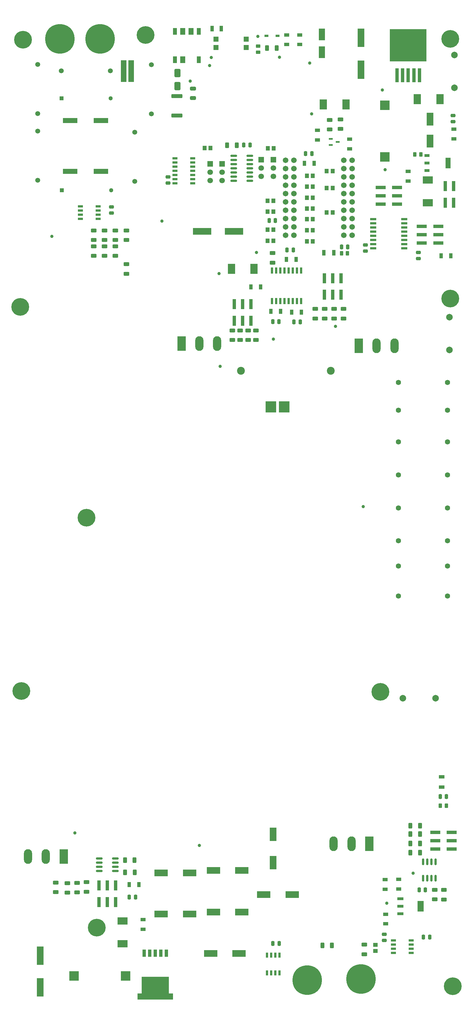
<source format=gts>
G04 #@! TF.GenerationSoftware,KiCad,Pcbnew,9.0.3*
G04 #@! TF.CreationDate,2025-10-08T14:24:11+02:00*
G04 #@! TF.ProjectId,LLC_DCDC_V4,4c4c435f-4443-4444-935f-56342e6b6963,rev?*
G04 #@! TF.SameCoordinates,Original*
G04 #@! TF.FileFunction,Soldermask,Top*
G04 #@! TF.FilePolarity,Negative*
%FSLAX46Y46*%
G04 Gerber Fmt 4.6, Leading zero omitted, Abs format (unit mm)*
G04 Created by KiCad (PCBNEW 9.0.3) date 2025-10-08 14:24:11*
%MOMM*%
%LPD*%
G01*
G04 APERTURE LIST*
G04 Aperture macros list*
%AMRoundRect*
0 Rectangle with rounded corners*
0 $1 Rounding radius*
0 $2 $3 $4 $5 $6 $7 $8 $9 X,Y pos of 4 corners*
0 Add a 4 corners polygon primitive as box body*
4,1,4,$2,$3,$4,$5,$6,$7,$8,$9,$2,$3,0*
0 Add four circle primitives for the rounded corners*
1,1,$1+$1,$2,$3*
1,1,$1+$1,$4,$5*
1,1,$1+$1,$6,$7*
1,1,$1+$1,$8,$9*
0 Add four rect primitives between the rounded corners*
20,1,$1+$1,$2,$3,$4,$5,0*
20,1,$1+$1,$4,$5,$6,$7,0*
20,1,$1+$1,$6,$7,$8,$9,0*
20,1,$1+$1,$8,$9,$2,$3,0*%
G04 Aperture macros list end*
%ADD10RoundRect,0.250000X-0.312500X-0.625000X0.312500X-0.625000X0.312500X0.625000X-0.312500X0.625000X0*%
%ADD11C,0.800000*%
%ADD12C,5.400000*%
%ADD13C,1.300000*%
%ADD14R,1.300000X1.300000*%
%ADD15C,1.500000*%
%ADD16R,3.150000X2.250000*%
%ADD17R,4.100000X2.000000*%
%ADD18C,1.712000*%
%ADD19R,1.600000X1.050000*%
%ADD20RoundRect,0.250000X0.625000X-0.312500X0.625000X0.312500X-0.625000X0.312500X-0.625000X-0.312500X0*%
%ADD21C,1.700000*%
%ADD22R,1.700000X1.700000*%
%ADD23R,2.050000X4.000000*%
%ADD24RoundRect,0.250000X-0.250000X-0.475000X0.250000X-0.475000X0.250000X0.475000X-0.250000X0.475000X0*%
%ADD25C,1.604000*%
%ADD26RoundRect,0.250000X-0.262500X-0.450000X0.262500X-0.450000X0.262500X0.450000X-0.262500X0.450000X0*%
%ADD27R,1.500000X0.650000*%
%ADD28R,1.150000X1.450000*%
%ADD29O,2.500000X4.500000*%
%ADD30R,2.500000X4.500000*%
%ADD31C,1.000000*%
%ADD32R,1.050000X1.600000*%
%ADD33RoundRect,0.250000X-0.625000X0.312500X-0.625000X-0.312500X0.625000X-0.312500X0.625000X0.312500X0*%
%ADD34RoundRect,0.250000X-0.450000X0.262500X-0.450000X-0.262500X0.450000X-0.262500X0.450000X0.262500X0*%
%ADD35R,5.700000X2.000000*%
%ADD36R,3.000000X2.900000*%
%ADD37R,3.150000X1.000000*%
%ADD38R,1.000000X3.150000*%
%ADD39RoundRect,0.150000X0.825000X0.150000X-0.825000X0.150000X-0.825000X-0.150000X0.825000X-0.150000X0*%
%ADD40RoundRect,0.250000X0.250000X0.475000X-0.250000X0.475000X-0.250000X-0.475000X0.250000X-0.475000X0*%
%ADD41R,0.650000X1.528000*%
%ADD42R,2.250000X3.150000*%
%ADD43R,1.600000X1.500000*%
%ADD44RoundRect,0.250000X0.650000X-1.000000X0.650000X1.000000X-0.650000X1.000000X-0.650000X-1.000000X0*%
%ADD45R,1.050000X1.800000*%
%ADD46RoundRect,0.250000X0.312500X0.625000X-0.312500X0.625000X-0.312500X-0.625000X0.312500X-0.625000X0*%
%ADD47R,1.800000X1.050000*%
%ADD48RoundRect,0.250000X0.475000X-0.250000X0.475000X0.250000X-0.475000X0.250000X-0.475000X-0.250000X0*%
%ADD49R,2.000000X5.700000*%
%ADD50R,1.450000X1.150000*%
%ADD51R,1.950000X0.650000*%
%ADD52C,0.900000*%
%ADD53C,9.000000*%
%ADD54R,11.180000X9.910000*%
%ADD55R,1.020000X4.320000*%
%ADD56RoundRect,0.250000X0.650000X-0.325000X0.650000X0.325000X-0.650000X0.325000X-0.650000X-0.325000X0*%
%ADD57R,1.168000X2.032000*%
%ADD58R,1.524000X2.032000*%
%ADD59RoundRect,0.250000X-0.475000X0.250000X-0.475000X-0.250000X0.475000X-0.250000X0.475000X0.250000X0*%
%ADD60RoundRect,0.250000X0.262500X0.450000X-0.262500X0.450000X-0.262500X-0.450000X0.262500X-0.450000X0*%
%ADD61C,2.400000*%
%ADD62RoundRect,0.150000X0.150000X-0.825000X0.150000X0.825000X-0.150000X0.825000X-0.150000X-0.825000X0*%
%ADD63RoundRect,0.150000X-0.825000X-0.150000X0.825000X-0.150000X0.825000X0.150000X-0.825000X0.150000X0*%
%ADD64R,1.850000X3.550000*%
%ADD65C,2.000000*%
%ADD66R,1.200000X0.750000*%
%ADD67R,4.450000X1.520000*%
%ADD68R,3.250000X3.400000*%
%ADD69R,0.650000X1.850000*%
%ADD70R,2.900000X3.000000*%
%ADD71R,1.500000X3.200000*%
%ADD72R,1.500000X0.900000*%
%ADD73R,1.050000X1.820000*%
%ADD74R,1.250000X0.600000*%
%ADD75R,2.000000X4.100000*%
%ADD76R,8.330000X5.080000*%
%ADD77R,10.800000X1.910000*%
%ADD78R,1.070000X2.160000*%
%ADD79RoundRect,0.250000X1.425000X-0.362500X1.425000X0.362500X-1.425000X0.362500X-1.425000X-0.362500X0*%
%ADD80R,1.750000X6.600000*%
%ADD81R,1.525000X0.650000*%
%ADD82R,1.850000X3.200000*%
%ADD83R,1.850000X0.900000*%
G04 APERTURE END LIST*
D10*
X116102500Y-311680000D03*
X113177500Y-311680000D03*
D11*
X83526891Y-256395000D03*
X82933782Y-257826891D03*
X82933782Y-254963109D03*
X81501891Y-258420000D03*
D12*
X81501891Y-256395000D03*
D11*
X81501891Y-254370000D03*
X80070000Y-257826891D03*
X80070000Y-254963109D03*
X79476891Y-256395000D03*
D13*
X108890000Y-103785000D03*
D14*
X93890000Y-103785000D03*
D15*
X86474000Y-100727000D03*
X86474000Y-85727000D03*
D16*
X205630000Y-100675000D03*
X205630000Y-107575000D03*
D17*
X124210000Y-311845000D03*
X132910000Y-311845000D03*
D18*
X182470000Y-117495000D03*
X182470000Y-114955000D03*
X182470000Y-112415000D03*
X182470000Y-109875000D03*
X182470000Y-107335000D03*
X182470000Y-104795000D03*
X182470000Y-102255000D03*
X182470000Y-99715000D03*
X182470000Y-97175000D03*
X182470000Y-94635000D03*
X179930000Y-117495000D03*
X179930000Y-114955000D03*
X179930000Y-112415000D03*
X179930000Y-109875000D03*
X179930000Y-107335000D03*
X179930000Y-104795000D03*
X179930000Y-102255000D03*
X179930000Y-99715000D03*
X179930000Y-97175000D03*
X179930000Y-94635000D03*
X164690000Y-117495000D03*
X164690000Y-114955000D03*
X164690000Y-112415000D03*
X164690000Y-109875000D03*
X164690000Y-107335000D03*
X164690000Y-104795000D03*
X164690000Y-102255000D03*
X164690000Y-99715000D03*
X164690000Y-97175000D03*
X164690000Y-94635000D03*
X162150000Y-117495000D03*
X162150000Y-114955000D03*
X162150000Y-112415000D03*
X162150000Y-109875000D03*
X162150000Y-107335000D03*
X162150000Y-104795000D03*
X162150000Y-102255000D03*
X162150000Y-99715000D03*
X162150000Y-97175000D03*
X162150000Y-94635000D03*
D19*
X181710000Y-91125000D03*
X181710000Y-88175000D03*
D20*
X158190000Y-122915000D03*
X158190000Y-125840000D03*
D10*
X203235000Y-305665000D03*
X200310000Y-305665000D03*
X116072500Y-307970000D03*
X113147500Y-307970000D03*
D21*
X139190000Y-100792500D03*
X139190000Y-98252500D03*
D22*
X139190000Y-95712500D03*
D23*
X206290000Y-88825000D03*
X206290000Y-82125000D03*
D24*
X206190000Y-331430000D03*
X204290000Y-331430000D03*
D17*
X124210000Y-324380000D03*
X132910000Y-324380000D03*
D25*
X211670000Y-210655000D03*
X196670000Y-210655000D03*
D26*
X211262500Y-291351674D03*
X209437500Y-291351674D03*
D27*
X200520000Y-332475000D03*
X200520000Y-333745000D03*
X200520000Y-335015000D03*
X200520000Y-336285000D03*
X195120000Y-336285000D03*
X195120000Y-335015000D03*
X195120000Y-333745000D03*
X195120000Y-332475000D03*
D28*
X168710000Y-99355000D03*
X170510000Y-99355000D03*
D29*
X195440000Y-151165000D03*
X189990000Y-151165000D03*
D30*
X184540000Y-151165000D03*
D31*
X139530000Y-63315000D03*
D32*
X117405000Y-315460000D03*
X114455000Y-315460000D03*
D11*
X84055000Y-57875000D03*
X83461891Y-59306891D03*
X83461891Y-56443109D03*
X82030000Y-59900000D03*
D12*
X82030000Y-57875000D03*
X82030000Y-57875000D03*
D11*
X82030000Y-55850000D03*
X80598109Y-59306891D03*
X80598109Y-56443109D03*
D33*
X175650000Y-85240000D03*
X175650000Y-82315000D03*
D20*
X101390000Y-314677500D03*
X101390000Y-317602500D03*
D11*
X121475000Y-56465000D03*
X120881891Y-57896891D03*
X120881891Y-55033109D03*
X119450000Y-58490000D03*
D12*
X119450000Y-56465000D03*
D11*
X119450000Y-54440000D03*
X118018109Y-57896891D03*
X118018109Y-55033109D03*
X117425000Y-56465000D03*
D17*
X148850000Y-323815000D03*
X140150000Y-323815000D03*
D33*
X186250000Y-336672500D03*
X186250000Y-333747500D03*
D15*
X116170000Y-86075000D03*
X116170000Y-101075000D03*
D31*
X185920000Y-200245000D03*
D34*
X153810000Y-61687500D03*
X153810000Y-59862500D03*
D35*
X136740000Y-116275000D03*
X146440000Y-116275000D03*
D33*
X106880000Y-123792500D03*
X106880000Y-120867500D03*
D11*
X214535000Y-57645000D03*
X213941891Y-59076891D03*
X213941891Y-56213109D03*
X212510000Y-59670000D03*
D12*
X212510000Y-57645000D03*
D11*
X212510000Y-55620000D03*
X211078109Y-59076891D03*
X211078109Y-56213109D03*
X210485000Y-57645000D03*
D31*
X193130000Y-321070000D03*
D36*
X97600000Y-343290000D03*
X113300000Y-343290000D03*
D10*
X203235000Y-297525000D03*
X200310000Y-297525000D03*
D37*
X207892500Y-299495000D03*
X212942500Y-299495000D03*
X207892500Y-302035000D03*
X212942500Y-302035000D03*
X207892500Y-304575000D03*
X212942500Y-304575000D03*
D20*
X103570000Y-120867500D03*
X103570000Y-123792500D03*
D38*
X105170000Y-320780000D03*
X105170000Y-315730000D03*
X107710000Y-320780000D03*
X107710000Y-315730000D03*
X110250000Y-320780000D03*
X110250000Y-315730000D03*
D17*
X148850000Y-311105000D03*
X140150000Y-311105000D03*
D25*
X211670000Y-190555000D03*
X196670000Y-190555000D03*
D33*
X174150000Y-142845000D03*
X174150000Y-139920000D03*
D28*
X168710000Y-106025000D03*
X170510000Y-106025000D03*
D33*
X210530000Y-320012500D03*
X210530000Y-317087500D03*
D25*
X211670000Y-170845000D03*
X196670000Y-170845000D03*
D39*
X105285000Y-311270000D03*
X105285000Y-310000000D03*
X105285000Y-308730000D03*
X105285000Y-307460000D03*
X110235000Y-307460000D03*
X110235000Y-308730000D03*
X110235000Y-310000000D03*
X110235000Y-311270000D03*
D31*
X177460000Y-145225000D03*
D20*
X153150000Y-146507500D03*
X153150000Y-149432500D03*
D33*
X106880000Y-118942500D03*
X106880000Y-116017500D03*
D31*
X124400000Y-113200000D03*
D20*
X148340000Y-146507500D03*
X148340000Y-149432500D03*
D31*
X97820000Y-299690000D03*
D40*
X164739000Y-143874000D03*
X166639000Y-143874000D03*
D41*
X156495000Y-336919000D03*
X157765000Y-336919000D03*
X159035000Y-336919000D03*
X160305000Y-336919000D03*
X160305000Y-342341000D03*
X159035000Y-342341000D03*
X157765000Y-342341000D03*
X156495000Y-342341000D03*
D42*
X209310000Y-75985000D03*
X202410000Y-75985000D03*
D43*
X140920000Y-60245000D03*
X140920000Y-57705000D03*
X150140000Y-57705000D03*
X150140000Y-60245000D03*
D44*
X129170000Y-68032500D03*
X129170000Y-72032500D03*
D33*
X113610000Y-129220000D03*
X113610000Y-126295000D03*
X178910000Y-85090000D03*
X178910000Y-82165000D03*
D40*
X179290000Y-121025000D03*
X181190000Y-121025000D03*
D32*
X162435000Y-124885000D03*
X165385000Y-124885000D03*
D31*
X160360000Y-63255000D03*
D40*
X158260000Y-143815000D03*
X160160000Y-143815000D03*
D28*
X156660000Y-110270000D03*
X158460000Y-110270000D03*
D31*
X133060000Y-70515000D03*
D10*
X147260000Y-90052500D03*
X144335000Y-90052500D03*
D13*
X108800000Y-75785000D03*
D14*
X93800000Y-75785000D03*
D20*
X179850000Y-139920000D03*
X179850000Y-142845000D03*
D45*
X176930000Y-122855000D03*
X173830000Y-122855000D03*
D33*
X91990000Y-317762500D03*
X91990000Y-314837500D03*
D46*
X200310000Y-300065000D03*
X203235000Y-300065000D03*
D47*
X209820000Y-285690000D03*
X209820000Y-282590000D03*
D28*
X156760000Y-90982500D03*
X158560000Y-90982500D03*
D19*
X196710000Y-313835000D03*
X196710000Y-316785000D03*
D24*
X116350000Y-319230000D03*
X114450000Y-319230000D03*
D27*
X104950000Y-108670000D03*
X104950000Y-109940000D03*
X104950000Y-111210000D03*
X104950000Y-112480000D03*
X99550000Y-112480000D03*
X99550000Y-111210000D03*
X99550000Y-109940000D03*
X99550000Y-108670000D03*
D48*
X202780000Y-122705000D03*
X202780000Y-124605000D03*
D42*
X173710000Y-77625000D03*
X180610000Y-77625000D03*
D49*
X87220000Y-337080000D03*
X87220000Y-346780000D03*
D29*
X176860000Y-302950000D03*
X182310000Y-302950000D03*
D30*
X187760000Y-302950000D03*
D25*
X211670000Y-200605000D03*
X196670000Y-200605000D03*
D28*
X156660000Y-115780000D03*
X158460000Y-115780000D03*
D37*
X196240000Y-108025000D03*
X191190000Y-108025000D03*
X196240000Y-105485000D03*
X191190000Y-105485000D03*
X196240000Y-102945000D03*
X191190000Y-102945000D03*
D50*
X189660000Y-335650000D03*
X189660000Y-333850000D03*
D31*
X90830000Y-117855000D03*
X135880000Y-303495000D03*
D37*
X208810000Y-119895000D03*
X203760000Y-119895000D03*
X208810000Y-117355000D03*
X203760000Y-117355000D03*
X208810000Y-114815000D03*
X203760000Y-114815000D03*
D28*
X170470000Y-112540000D03*
X168670000Y-112540000D03*
D40*
X168310000Y-92615000D03*
X170210000Y-92615000D03*
D20*
X150740000Y-146507500D03*
X150740000Y-149432500D03*
X110190000Y-120867500D03*
X110190000Y-123792500D03*
D31*
X170120000Y-80525000D03*
D11*
X214535000Y-136775000D03*
X213941891Y-138206891D03*
X213941891Y-135343109D03*
X212510000Y-138800000D03*
D12*
X212510000Y-136775000D03*
D11*
X212510000Y-134750000D03*
X211078109Y-138206891D03*
X211078109Y-135343109D03*
X210485000Y-136775000D03*
D46*
X156537500Y-60445000D03*
X159462500Y-60445000D03*
D38*
X213470000Y-102510000D03*
X213470000Y-107560000D03*
X210930000Y-102510000D03*
X210930000Y-107560000D03*
D20*
X110190000Y-116017500D03*
X110190000Y-118942500D03*
D48*
X126290000Y-99665000D03*
X126290000Y-101565000D03*
D31*
X153300000Y-122705000D03*
D51*
X188966000Y-121481000D03*
X188966000Y-120211000D03*
X188966000Y-118941000D03*
X188966000Y-117671000D03*
X188966000Y-116401000D03*
X188966000Y-115131000D03*
X188966000Y-113861000D03*
X188966000Y-112591000D03*
X198416000Y-112591000D03*
X198416000Y-113861000D03*
X198416000Y-115131000D03*
X198416000Y-116401000D03*
X198416000Y-117671000D03*
X198416000Y-118941000D03*
X198416000Y-120211000D03*
X198416000Y-121481000D03*
D29*
X83540000Y-306910000D03*
X88990000Y-306910000D03*
D30*
X94440000Y-306910000D03*
D33*
X113610000Y-118942500D03*
X113610000Y-116017500D03*
D32*
X164090000Y-140955000D03*
X167040000Y-140955000D03*
D52*
X188595000Y-344200000D03*
X187606485Y-346586485D03*
X187606485Y-341813515D03*
X185220000Y-347575000D03*
D53*
X185220000Y-344200000D03*
D52*
X185220000Y-340825000D03*
X182833515Y-346586485D03*
X182833515Y-341813515D03*
X181845000Y-344200000D03*
D54*
X199650000Y-59580000D03*
D55*
X203050000Y-68725000D03*
X201350000Y-68725000D03*
X199650000Y-68725000D03*
X197950000Y-68725000D03*
X196250000Y-68725000D03*
D31*
X138990000Y-65765000D03*
D25*
X211670000Y-227505000D03*
X196670000Y-227505000D03*
D31*
X201150000Y-311925000D03*
D19*
X192780000Y-327415000D03*
X192780000Y-324465000D03*
D52*
X96653000Y-57660000D03*
X95664485Y-60046485D03*
X95664485Y-55273515D03*
X93278000Y-61035000D03*
D53*
X93278000Y-57660000D03*
D52*
X93278000Y-54285000D03*
X90891515Y-60046485D03*
X90891515Y-55273515D03*
X89903000Y-57660000D03*
D21*
X154710000Y-99572500D03*
X154710000Y-97032500D03*
D22*
X154710000Y-94492500D03*
D56*
X133950000Y-72750000D03*
X133950000Y-75700000D03*
D48*
X213350000Y-80975000D03*
X213350000Y-82875000D03*
D10*
X176340000Y-333970000D03*
X173415000Y-333970000D03*
D11*
X193130000Y-256670000D03*
X192536891Y-258101891D03*
X192536891Y-255238109D03*
X191105000Y-258695000D03*
D12*
X191105000Y-256670000D03*
D11*
X191105000Y-254645000D03*
X189673109Y-258101891D03*
X189673109Y-255238109D03*
X189080000Y-256670000D03*
D15*
X108670000Y-67345000D03*
X93670000Y-67345000D03*
D57*
X128428000Y-55355000D03*
D58*
X130790000Y-55355000D03*
X133330000Y-55355000D03*
D57*
X135692000Y-55355000D03*
X135692000Y-63991000D03*
D58*
X130790000Y-63991000D03*
D57*
X128428000Y-63991000D03*
D32*
X157735000Y-140725000D03*
X160685000Y-140725000D03*
D59*
X109040000Y-110735000D03*
X109040000Y-108835000D03*
D28*
X168710000Y-102695000D03*
X170510000Y-102695000D03*
D19*
X213570000Y-88075000D03*
X213570000Y-85125000D03*
D31*
X169540000Y-64960000D03*
X158470000Y-149135000D03*
D19*
X166490000Y-56400000D03*
X166490000Y-59350000D03*
D60*
X179260000Y-123005000D03*
X181085000Y-123005000D03*
X201649500Y-92830000D03*
X203474500Y-92830000D03*
D28*
X137460000Y-90875000D03*
X139260000Y-90875000D03*
D24*
X204860000Y-317060000D03*
X202960000Y-317060000D03*
D32*
X209660000Y-123755000D03*
X212610000Y-123755000D03*
D25*
X211670000Y-162385000D03*
X196670000Y-162385000D03*
D61*
X176030000Y-158795000D03*
X148530000Y-158795000D03*
D62*
X204197500Y-308507500D03*
X205467500Y-308507500D03*
X206737500Y-308507500D03*
X208007500Y-308507500D03*
X208007500Y-313457500D03*
X206737500Y-313457500D03*
X205467500Y-313457500D03*
X204197500Y-313457500D03*
D20*
X103570000Y-116017500D03*
X103570000Y-118942500D03*
D63*
X151305000Y-93242500D03*
X151305000Y-94512500D03*
X151305000Y-95782500D03*
X151305000Y-97052500D03*
X151305000Y-98322500D03*
X151305000Y-99592500D03*
X151305000Y-100862500D03*
X146355000Y-100862500D03*
X146355000Y-99592500D03*
X146355000Y-98322500D03*
X146355000Y-97052500D03*
X146355000Y-95782500D03*
X146355000Y-94512500D03*
X146355000Y-93242500D03*
D64*
X173310000Y-56285000D03*
X173310000Y-61685000D03*
D28*
X176560000Y-97960000D03*
X174760000Y-97960000D03*
D19*
X162500000Y-56400000D03*
X162500000Y-59350000D03*
D65*
X212210000Y-152455000D03*
X212210000Y-142455000D03*
D11*
X106535000Y-328540000D03*
X105941891Y-329971891D03*
X105941891Y-327108109D03*
X104510000Y-330565000D03*
D12*
X104510000Y-328540000D03*
D11*
X104510000Y-326515000D03*
X103078109Y-329971891D03*
X103078109Y-327108109D03*
X102485000Y-328540000D03*
D66*
X156350000Y-56671000D03*
X159750000Y-56671000D03*
D32*
X151615000Y-133225000D03*
X154565000Y-133225000D03*
D31*
X142210000Y-157460000D03*
D28*
X170470000Y-119360000D03*
X168670000Y-119360000D03*
D31*
X153750000Y-56825000D03*
D11*
X83145000Y-139310000D03*
X82551891Y-140741891D03*
X82551891Y-137878109D03*
X81120000Y-141335000D03*
D12*
X81120000Y-139310000D03*
D11*
X81120000Y-137285000D03*
X79688109Y-140741891D03*
X79688109Y-137878109D03*
X79095000Y-139310000D03*
D33*
X98500000Y-317832500D03*
X98500000Y-314907500D03*
X207720000Y-319962500D03*
X207720000Y-317037500D03*
D38*
X146550000Y-143522500D03*
X146550000Y-138472500D03*
X149090000Y-143522500D03*
X149090000Y-138472500D03*
X151630000Y-143522500D03*
X151630000Y-138472500D03*
D28*
X176560000Y-103120000D03*
X174760000Y-103120000D03*
D29*
X141310000Y-150475000D03*
X135860000Y-150475000D03*
D30*
X130410000Y-150475000D03*
D65*
X213770000Y-72495000D03*
X213770000Y-62495000D03*
D67*
X105780000Y-98045000D03*
X105780000Y-82555000D03*
X96380000Y-98045000D03*
X96380000Y-82555000D03*
D28*
X170480000Y-109335000D03*
X168680000Y-109335000D03*
D68*
X161760000Y-169815000D03*
X157660000Y-169815000D03*
D15*
X121200000Y-80515000D03*
X121200000Y-65515000D03*
D69*
X166905000Y-137550000D03*
X165635000Y-137550000D03*
X164365000Y-137550000D03*
X163095000Y-137550000D03*
X161825000Y-137550000D03*
X160555000Y-137550000D03*
X159285000Y-137550000D03*
X158015000Y-137550000D03*
X158015000Y-128200000D03*
X159285000Y-128200000D03*
X160555000Y-128200000D03*
X161825000Y-128200000D03*
X163095000Y-128200000D03*
X164365000Y-128200000D03*
X165635000Y-128200000D03*
X166905000Y-128200000D03*
D19*
X118670000Y-326145000D03*
X118670000Y-329095000D03*
D17*
X164180000Y-318480000D03*
X155480000Y-318480000D03*
D31*
X141840000Y-129160000D03*
X191770000Y-73215000D03*
D28*
X156660000Y-119200000D03*
X158460000Y-119200000D03*
D40*
X157185000Y-113020000D03*
X159085000Y-113020000D03*
D70*
X192500000Y-93595000D03*
X192500000Y-77895000D03*
D25*
X211670000Y-180505000D03*
X196670000Y-180505000D03*
D28*
X158460000Y-106970000D03*
X156660000Y-106970000D03*
X174760000Y-110570000D03*
X176560000Y-110570000D03*
D19*
X171900000Y-88435000D03*
X171900000Y-85485000D03*
D71*
X211840000Y-95475000D03*
D72*
X205340000Y-97775000D03*
X205340000Y-95475000D03*
X205340000Y-93175000D03*
D52*
X108899000Y-57660000D03*
X107910485Y-60046485D03*
X107910485Y-55273515D03*
X105524000Y-61035000D03*
D53*
X105524000Y-57660000D03*
D52*
X105524000Y-54285000D03*
X103137515Y-60046485D03*
X103137515Y-55273515D03*
X102149000Y-57660000D03*
D16*
X112370000Y-326550000D03*
X112370000Y-333450000D03*
D24*
X211320000Y-288571674D03*
X209420000Y-288571674D03*
D33*
X145910000Y-149432500D03*
X145910000Y-146507500D03*
D17*
X148000000Y-336470000D03*
X139300000Y-336470000D03*
D11*
X103385000Y-203560000D03*
X102791891Y-204991891D03*
X102791891Y-202128109D03*
X101360000Y-205585000D03*
D12*
X101360000Y-203560000D03*
D11*
X101360000Y-201535000D03*
X99928109Y-204991891D03*
X99928109Y-202128109D03*
X99335000Y-203560000D03*
D19*
X192570000Y-313885000D03*
X192570000Y-316835000D03*
D40*
X162630000Y-121935000D03*
X164530000Y-121935000D03*
D48*
X186601000Y-120426000D03*
X186601000Y-122326000D03*
X192350000Y-330550000D03*
X192350000Y-332450000D03*
D73*
X142550000Y-54505000D03*
X139770000Y-54505000D03*
D24*
X160220000Y-333380000D03*
X158320000Y-333380000D03*
D20*
X177040000Y-139920000D03*
X177040000Y-142845000D03*
D74*
X178070000Y-89045000D03*
X175970000Y-89995000D03*
X175970000Y-88095000D03*
D75*
X158390000Y-308780000D03*
X158390000Y-300080000D03*
D38*
X174060000Y-135645000D03*
X174060000Y-130595000D03*
X176600000Y-135645000D03*
X176600000Y-130595000D03*
X179140000Y-135645000D03*
X179140000Y-130595000D03*
D15*
X86474000Y-65400000D03*
X86474000Y-80400000D03*
D20*
X171280000Y-139920000D03*
X171280000Y-142845000D03*
D76*
X122390000Y-346054000D03*
D77*
X122390000Y-349550000D03*
D78*
X118990000Y-336335000D03*
X120690000Y-336335000D03*
X122390000Y-336335000D03*
X124090000Y-336335000D03*
X125790000Y-336335000D03*
D49*
X185180000Y-57305000D03*
X185180000Y-67005000D03*
D79*
X128990000Y-75090000D03*
X128990000Y-81015000D03*
D11*
X215286891Y-346411891D03*
X214693782Y-347843782D03*
X214693782Y-344980000D03*
X213261891Y-348436891D03*
D12*
X213261891Y-346411891D03*
D11*
X213261891Y-344386891D03*
X211830000Y-347843782D03*
X211830000Y-344980000D03*
X211236891Y-346411891D03*
D42*
X145640000Y-127765000D03*
X152540000Y-127765000D03*
D80*
X115070000Y-67455000D03*
X112770000Y-67455000D03*
D28*
X170510000Y-115980000D03*
X168710000Y-115980000D03*
D19*
X199570000Y-98005000D03*
X199570000Y-100955000D03*
D32*
X167980000Y-95565000D03*
X170930000Y-95565000D03*
D52*
X172161485Y-344586485D03*
X171172970Y-346972970D03*
X171172970Y-342200000D03*
X168786485Y-347961485D03*
D53*
X168786485Y-344586485D03*
D52*
X168786485Y-341211485D03*
X166400000Y-346972970D03*
X166400000Y-342200000D03*
X165411485Y-344586485D03*
D24*
X151310000Y-89942500D03*
X149410000Y-89942500D03*
D21*
X158460000Y-99572500D03*
X158460000Y-97032500D03*
D22*
X158460000Y-94492500D03*
D25*
X211670000Y-218305000D03*
X196670000Y-218305000D03*
D65*
X208030000Y-258600000D03*
X198030000Y-258600000D03*
D81*
X128420000Y-101615000D03*
X128420000Y-100345000D03*
X128420000Y-99075000D03*
X128420000Y-97805000D03*
X128420000Y-96535000D03*
X128420000Y-95265000D03*
X128420000Y-93995000D03*
X133844000Y-93995000D03*
X133844000Y-95265000D03*
X133844000Y-96535000D03*
X133844000Y-97805000D03*
X133844000Y-99075000D03*
X133844000Y-100345000D03*
X133844000Y-101615000D03*
D21*
X142830000Y-100792500D03*
X142830000Y-98252500D03*
D22*
X142830000Y-95712500D03*
D31*
X192610000Y-97535000D03*
D33*
X95520000Y-317902500D03*
X95520000Y-314977500D03*
D82*
X203440000Y-322050000D03*
D83*
X197240000Y-324350000D03*
X197240000Y-322050000D03*
X197240000Y-319750000D03*
D10*
X203235000Y-302935000D03*
X200310000Y-302935000D03*
M02*

</source>
